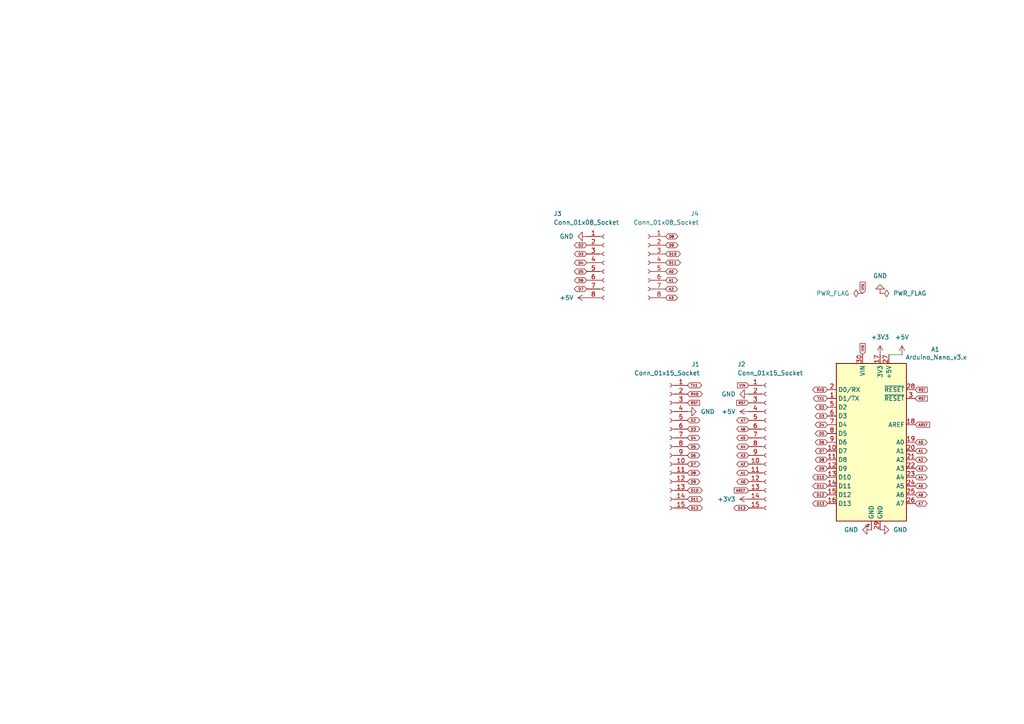
<source format=kicad_sch>
(kicad_sch (version 20250114) (generator "eeschema") (generator_version "9.0")
  (paper "A4")
  (title_block (title "T.A.C.O.S") (date "2025-09-14") (rev "1.0") (company "UNR Aerospace Club"))
  (lib_symbols
    (symbol "Connector:Conn_01x08_Socket" (pin_names (offset 1.016) (hide yes))
      (property "Reference" "J" (at 0 10.16 0))
      (property "Value" "Conn_01x08_Socket" (at 0 -12.7 0))
      (symbol "Conn_01x08_Socket_1_1"
        (polyline (pts (xy -1.27 7.62) (xy -0.508 7.62)) (stroke (width 0.1524)))
        (polyline (pts (xy -1.27 5.08) (xy -0.508 5.08)) (stroke (width 0.1524)))
        (polyline (pts (xy -1.27 2.54) (xy -0.508 2.54)) (stroke (width 0.1524)))
        (polyline (pts (xy -1.27 0) (xy -0.508 0)) (stroke (width 0.1524)))
        (polyline (pts (xy -1.27 -2.54) (xy -0.508 -2.54)) (stroke (width 0.1524)))
        (polyline (pts (xy -1.27 -5.08) (xy -0.508 -5.08)) (stroke (width 0.1524)))
        (polyline (pts (xy -1.27 -7.62) (xy -0.508 -7.62)) (stroke (width 0.1524)))
        (polyline (pts (xy -1.27 -10.16) (xy -0.508 -10.16)) (stroke (width 0.1524)))
        (arc (start 0 7.112) (mid -0.5058 7.62) (end 0 8.128) (stroke (width 0.1524)))
        (arc (start 0 4.572) (mid -0.5058 5.08) (end 0 5.588) (stroke (width 0.1524)))
        (arc (start 0 2.032) (mid -0.5058 2.54) (end 0 3.048) (stroke (width 0.1524)))
        (arc (start 0 -0.508) (mid -0.5058 0) (end 0 0.508) (stroke (width 0.1524)))
        (arc (start 0 -3.048) (mid -0.5058 -2.54) (end 0 -2.032) (stroke (width 0.1524)))
        (arc (start 0 -5.588) (mid -0.5058 -5.08) (end 0 -4.572) (stroke (width 0.1524)))
        (arc (start 0 -8.128) (mid -0.5058 -7.62) (end 0 -7.112) (stroke (width 0.1524)))
        (arc (start 0 -10.668) (mid -0.5058 -10.16) (end 0 -9.652) (stroke (width 0.1524)))
        (pin passive line (at -5.08 7.62 0) (length 3.81) (name "Pin_1") (number "1"))
        (pin passive line (at -5.08 5.08 0) (length 3.81) (name "Pin_2") (number "2"))
        (pin passive line (at -5.08 2.54 0) (length 3.81) (name "Pin_3") (number "3"))
        (pin passive line (at -5.08 0 0) (length 3.81) (name "Pin_4") (number "4"))
        (pin passive line (at -5.08 -2.54 0) (length 3.81) (name "Pin_5") (number "5"))
        (pin passive line (at -5.08 -5.08 0) (length 3.81) (name "Pin_6") (number "6"))
        (pin passive line (at -5.08 -7.62 0) (length 3.81) (name "Pin_7") (number "7"))
        (pin passive line (at -5.08 -10.16 0) (length 3.81) (name "Pin_8") (number "8"))
      )
    )
    (symbol "Connector:Conn_01x15_Socket" (pin_names (offset 1.016) (hide yes))
      (property "Reference" "J" (at 0 20.32 0))
      (property "Value" "Conn_01x15_Socket" (at 0 -20.32 0))
      (symbol "Conn_01x15_Socket_1_1"
        (polyline (pts (xy -1.27 17.78) (xy -0.508 17.78)) (stroke (width 0.1524)))
        (polyline (pts (xy -1.27 15.24) (xy -0.508 15.24)) (stroke (width 0.1524)))
        (polyline (pts (xy -1.27 12.7) (xy -0.508 12.7)) (stroke (width 0.1524)))
        (polyline (pts (xy -1.27 10.16) (xy -0.508 10.16)) (stroke (width 0.1524)))
        (polyline (pts (xy -1.27 7.62) (xy -0.508 7.62)) (stroke (width 0.1524)))
        (polyline (pts (xy -1.27 5.08) (xy -0.508 5.08)) (stroke (width 0.1524)))
        (polyline (pts (xy -1.27 2.54) (xy -0.508 2.54)) (stroke (width 0.1524)))
        (polyline (pts (xy -1.27 0) (xy -0.508 0)) (stroke (width 0.1524)))
        (polyline (pts (xy -1.27 -2.54) (xy -0.508 -2.54)) (stroke (width 0.1524)))
        (polyline (pts (xy -1.27 -5.08) (xy -0.508 -5.08)) (stroke (width 0.1524)))
        (polyline (pts (xy -1.27 -7.62) (xy -0.508 -7.62)) (stroke (width 0.1524)))
        (polyline (pts (xy -1.27 -10.16) (xy -0.508 -10.16)) (stroke (width 0.1524)))
        (polyline (pts (xy -1.27 -12.7) (xy -0.508 -12.7)) (stroke (width 0.1524)))
        (polyline (pts (xy -1.27 -15.24) (xy -0.508 -15.24)) (stroke (width 0.1524)))
        (polyline (pts (xy -1.27 -17.78) (xy -0.508 -17.78)) (stroke (width 0.1524)))
        (arc (start 0 17.272) (mid -0.5058 17.78) (end 0 18.288) (stroke (width 0.1524)))
        (arc (start 0 14.732) (mid -0.5058 15.24) (end 0 15.748) (stroke (width 0.1524)))
        (arc (start 0 12.192) (mid -0.5058 12.7) (end 0 13.208) (stroke (width 0.1524)))
        (arc (start 0 9.652) (mid -0.5058 10.16) (end 0 10.668) (stroke (width 0.1524)))
        (arc (start 0 7.112) (mid -0.5058 7.62) (end 0 8.128) (stroke (width 0.1524)))
        (arc (start 0 4.572) (mid -0.5058 5.08) (end 0 5.588) (stroke (width 0.1524)))
        (arc (start 0 2.032) (mid -0.5058 2.54) (end 0 3.048) (stroke (width 0.1524)))
        (arc (start 0 -0.508) (mid -0.5058 0) (end 0 0.508) (stroke (width 0.1524)))
        (arc (start 0 -3.048) (mid -0.5058 -2.54) (end 0 -2.032) (stroke (width 0.1524)))
        (arc (start 0 -5.588) (mid -0.5058 -5.08) (end 0 -4.572) (stroke (width 0.1524)))
        (arc (start 0 -8.128) (mid -0.5058 -7.62) (end 0 -7.112) (stroke (width 0.1524)))
        (arc (start 0 -10.668) (mid -0.5058 -10.16) (end 0 -9.652) (stroke (width 0.1524)))
        (arc (start 0 -13.208) (mid -0.5058 -12.7) (end 0 -12.192) (stroke (width 0.1524)))
        (arc (start 0 -15.748) (mid -0.5058 -15.24) (end 0 -14.732) (stroke (width 0.1524)))
        (arc (start 0 -18.288) (mid -0.5058 -17.78) (end 0 -17.272) (stroke (width 0.1524)))
        (pin passive line (at -5.08 17.78 0) (length 3.81) (name "Pin_1") (number "1"))
        (pin passive line (at -5.08 15.24 0) (length 3.81) (name "Pin_2") (number "2"))
        (pin passive line (at -5.08 12.7 0) (length 3.81) (name "Pin_3") (number "3"))
        (pin passive line (at -5.08 10.16 0) (length 3.81) (name "Pin_4") (number "4"))
        (pin passive line (at -5.08 7.62 0) (length 3.81) (name "Pin_5") (number "5"))
        (pin passive line (at -5.08 5.08 0) (length 3.81) (name "Pin_6") (number "6"))
        (pin passive line (at -5.08 2.54 0) (length 3.81) (name "Pin_7") (number "7"))
        (pin passive line (at -5.08 0 0) (length 3.81) (name "Pin_8") (number "8"))
        (pin passive line (at -5.08 -2.54 0) (length 3.81) (name "Pin_9") (number "9"))
        (pin passive line (at -5.08 -5.08 0) (length 3.81) (name "Pin_10") (number "10"))
        (pin passive line (at -5.08 -7.62 0) (length 3.81) (name "Pin_11") (number "11"))
        (pin passive line (at -5.08 -10.16 0) (length 3.81) (name "Pin_12") (number "12"))
        (pin passive line (at -5.08 -12.7 0) (length 3.81) (name "Pin_13") (number "13"))
        (pin passive line (at -5.08 -15.24 0) (length 3.81) (name "Pin_14") (number "14"))
        (pin passive line (at -5.08 -17.78 0) (length 3.81) (name "Pin_15") (number "15"))
      )
    )
    (symbol "MCU_Module:Arduino_Nano_v3.x"
      (property "Reference" "A" (at -10.16 23.495 0))
      (property "Value" "Arduino_Nano_v3.x" (at 5.08 -24.13 0))
      (symbol "Arduino_Nano_v3.x_0_1"
        (rectangle (start -10.16 22.86) (end 10.16 -22.86) (stroke (width 0.254)) (fill (type background)))
      )
      (symbol "Arduino_Nano_v3.x_1_1"
        (pin bidirectional line (at -12.7 15.24 0) (length 2.54) (name "D0/RX") (number "2"))
        (pin bidirectional line (at -12.7 12.7 0) (length 2.54) (name "D1/TX") (number "1"))
        (pin bidirectional line (at -12.7 10.16 0) (length 2.54) (name "D2") (number "5"))
        (pin bidirectional line (at -12.7 7.62 0) (length 2.54) (name "D3") (number "6"))
        (pin bidirectional line (at -12.7 5.08 0) (length 2.54) (name "D4") (number "7"))
        (pin bidirectional line (at -12.7 2.54 0) (length 2.54) (name "D5") (number "8"))
        (pin bidirectional line (at -12.7 0 0) (length 2.54) (name "D6") (number "9"))
        (pin bidirectional line (at -12.7 -2.54 0) (length 2.54) (name "D7") (number "10"))
        (pin bidirectional line (at -12.7 -5.08 0) (length 2.54) (name "D8") (number "11"))
        (pin bidirectional line (at -12.7 -7.62 0) (length 2.54) (name "D9") (number "12"))
        (pin bidirectional line (at -12.7 -10.16 0) (length 2.54) (name "D10") (number "13"))
        (pin bidirectional line (at -12.7 -12.7 0) (length 2.54) (name "D11") (number "14"))
        (pin bidirectional line (at -12.7 -15.24 0) (length 2.54) (name "D12") (number "15"))
        (pin bidirectional line (at -12.7 -17.78 0) (length 2.54) (name "D13") (number "16"))
        (pin power_in line (at -2.54 25.4 270) (length 2.54) (name "VIN") (number "30"))
        (pin power_in line (at 0 -25.4 90) (length 2.54) (name "GND") (number "4"))
        (pin power_out line (at 2.54 25.4 270) (length 2.54) (name "3V3") (number "17"))
        (pin power_in line (at 2.54 -25.4 90) (length 2.54) (name "GND") (number "29"))
        (pin power_out line (at 5.08 25.4 270) (length 2.54) (name "+5V") (number "27"))
        (pin input line (at 12.7 15.24 180) (length 2.54) (name "~{RESET}") (number "28"))
        (pin input line (at 12.7 12.7 180) (length 2.54) (name "~{RESET}") (number "3"))
        (pin input line (at 12.7 5.08 180) (length 2.54) (name "AREF") (number "18"))
        (pin bidirectional line (at 12.7 0 180) (length 2.54) (name "A0") (number "19"))
        (pin bidirectional line (at 12.7 -2.54 180) (length 2.54) (name "A1") (number "20"))
        (pin bidirectional line (at 12.7 -5.08 180) (length 2.54) (name "A2") (number "21"))
        (pin bidirectional line (at 12.7 -7.62 180) (length 2.54) (name "A3") (number "22"))
        (pin bidirectional line (at 12.7 -10.16 180) (length 2.54) (name "A4") (number "23"))
        (pin bidirectional line (at 12.7 -12.7 180) (length 2.54) (name "A5") (number "24"))
        (pin bidirectional line (at 12.7 -15.24 180) (length 2.54) (name "A6") (number "25"))
        (pin bidirectional line (at 12.7 -17.78 180) (length 2.54) (name "A7") (number "26"))
      )
    )
    (symbol "power:+3V3" (power) (pin_numbers (hide yes)) (pin_names (offset 0) (hide yes))
      (property "Value" "+3V3" (at 0 3.556 0))
      (symbol "+3V3_0_1"
        (polyline (pts (xy -0.762 1.27) (xy 0 2.54)))
        (polyline (pts (xy 0 2.54) (xy 0.762 1.27)))
        (polyline (pts (xy 0 0) (xy 0 2.54)))
      )
      (symbol "+3V3_1_1"
        (pin power_in line (at 0 0 90) (length 0) (name "~") (number "1"))
      )
    )
    (symbol "power:+5V" (power) (pin_numbers (hide yes)) (pin_names (offset 0) (hide yes))
      (property "Value" "+5V" (at 0 3.556 0))
      (symbol "+5V_0_1"
        (polyline (pts (xy -0.762 1.27) (xy 0 2.54)))
        (polyline (pts (xy 0 2.54) (xy 0.762 1.27)))
        (polyline (pts (xy 0 0) (xy 0 2.54)))
      )
      (symbol "+5V_1_1"
        (pin power_in line (at 0 0 90) (length 0) (name "~") (number "1"))
      )
    )
    (symbol "power:GND" (power) (pin_numbers (hide yes)) (pin_names (offset 0) (hide yes))
      (property "Value" "GND" (at 0 -3.81 0))
      (symbol "GND_0_1"
        (polyline (pts (xy 0 0) (xy 0 -1.27) (xy 1.27 -1.27) (xy 0 -2.54) (xy -1.27 -1.27) (xy 0 -1.27)))
      )
      (symbol "GND_1_1"
        (pin power_in line (at 0 0 270) (length 0) (name "~") (number "1"))
      )
    )
    (symbol "power:PWR_FLAG" (power) (pin_numbers (hide yes)) (pin_names (offset 0) (hide yes))
      (property "Value" "PWR_FLAG" (at 0 3.81 0))
      (symbol "PWR_FLAG_0_0"
        (pin power_out line (at 0 0 90) (length 0) (name "~") (number "1"))
      )
      (symbol "PWR_FLAG_0_1"
        (polyline (pts (xy 0 0) (xy 0 1.27) (xy -1.016 1.905) (xy 0 2.54) (xy 1.016 1.905) (xy 0 1.27)))
      )
    )
  )
  (wire (pts (xy 257.81 102.87) (xy 261.62 102.87)))
  (global_label "D7" (shape bidirectional) (at 170.18 83.82 180) (effects (font (size 0.762 0.762))) (property "Intersheetrefs" "${INTERSHEET_REFS}" (effects (hide yes))))
  (global_label "D3" (shape bidirectional) (at 240.03 120.65 180) (effects (font (size 0.762 0.762))) (property "Intersheetrefs" "${INTERSHEET_REFS}" (effects (hide yes))))
  (global_label "RST" (shape input) (at 199.39 116.84 0) (effects (font (size 0.762 0.762))) (property "Intersheetrefs" "${INTERSHEET_REFS}" (effects (hide yes))))
  (global_label "RX0" (shape bidirectional) (at 240.03 113.03 180) (effects (font (size 0.762 0.762))) (property "Intersheetrefs" "${INTERSHEET_REFS}" (effects (hide yes))))
  (global_label "A6" (shape bidirectional) (at 265.43 143.51 0) (effects (font (size 0.762 0.762))) (property "Intersheetrefs" "${INTERSHEET_REFS}" (effects (hide yes))))
  (global_label "D9" (shape bidirectional) (at 199.39 139.7 0) (effects (font (size 0.762 0.762))) (property "Intersheetrefs" "${INTERSHEET_REFS}" (effects (hide yes))))
  (global_label "A5" (shape bidirectional) (at 265.43 140.97 0) (effects (font (size 0.762 0.762))) (property "Intersheetrefs" "${INTERSHEET_REFS}" (effects (hide yes))))
  (global_label "D5" (shape bidirectional) (at 170.18 78.74 180) (effects (font (size 0.762 0.762))) (property "Intersheetrefs" "${INTERSHEET_REFS}" (effects (hide yes))))
  (global_label "D3" (shape bidirectional) (at 170.18 73.66 180) (effects (font (size 0.762 0.762))) (property "Intersheetrefs" "${INTERSHEET_REFS}" (effects (hide yes))))
  (global_label "A4" (shape bidirectional) (at 217.17 129.54 180) (effects (font (size 0.762 0.762))) (property "Intersheetrefs" "${INTERSHEET_REFS}" (effects (hide yes))))
  (global_label "D8" (shape bidirectional) (at 193.04 68.58 0) (effects (font (size 0.762 0.762))) (property "Intersheetrefs" "${INTERSHEET_REFS}" (effects (hide yes))))
  (global_label "D9" (shape bidirectional) (at 193.04 71.12 0) (effects (font (size 0.762 0.762))) (property "Intersheetrefs" "${INTERSHEET_REFS}" (effects (hide yes))))
  (global_label "D6" (shape bidirectional) (at 170.18 81.28 180) (effects (font (size 0.762 0.762))) (property "Intersheetrefs" "${INTERSHEET_REFS}" (effects (hide yes))))
  (global_label "A4" (shape bidirectional) (at 265.43 138.43 0) (effects (font (size 0.762 0.762))) (property "Intersheetrefs" "${INTERSHEET_REFS}" (effects (hide yes))))
  (global_label "AREF" (shape input) (at 265.43 123.19 0) (effects (font (size 0.762 0.762))) (property "Intersheetrefs" "${INTERSHEET_REFS}" (effects (hide yes))))
  (global_label "A5" (shape bidirectional) (at 217.17 127 180) (effects (font (size 0.762 0.762))) (property "Intersheetrefs" "${INTERSHEET_REFS}" (effects (hide yes))))
  (global_label "A2" (shape bidirectional) (at 193.04 83.82 0) (effects (font (size 0.762 0.762))) (property "Intersheetrefs" "${INTERSHEET_REFS}" (effects (hide yes))))
  (global_label "D13" (shape bidirectional) (at 217.17 147.32 180) (effects (font (size 0.762 0.762))) (property "Intersheetrefs" "${INTERSHEET_REFS}" (effects (hide yes))))
  (global_label "A3" (shape bidirectional) (at 265.43 135.89 0) (effects (font (size 0.762 0.762))) (property "Intersheetrefs" "${INTERSHEET_REFS}" (effects (hide yes))))
  (global_label "D2" (shape bidirectional) (at 240.03 118.11 180) (effects (font (size 0.762 0.762))) (property "Intersheetrefs" "${INTERSHEET_REFS}" (effects (hide yes))))
  (global_label "D7" (shape bidirectional) (at 240.03 130.81 180) (effects (font (size 0.762 0.762))) (property "Intersheetrefs" "${INTERSHEET_REFS}" (effects (hide yes))))
  (global_label "VIN" (shape input) (at 250.19 85.09 90) (effects (font (size 0.762 0.762))) (property "Intersheetrefs" "${INTERSHEET_REFS}" (effects (hide yes))))
  (global_label "VIN" (shape input) (at 217.17 111.76 180) (effects (font (size 0.762 0.762))) (property "Intersheetrefs" "${INTERSHEET_REFS}" (effects (hide yes))))
  (global_label "RST" (shape input) (at 265.43 113.03 0) (effects (font (size 0.762 0.762))) (property "Intersheetrefs" "${INTERSHEET_REFS}" (effects (hide yes))))
  (global_label "A3" (shape bidirectional) (at 217.17 132.08 180) (effects (font (size 0.762 0.762))) (property "Intersheetrefs" "${INTERSHEET_REFS}" (effects (hide yes))))
  (global_label "D8" (shape bidirectional) (at 240.03 133.35 180) (effects (font (size 0.762 0.762))) (property "Intersheetrefs" "${INTERSHEET_REFS}" (effects (hide yes))))
  (global_label "A2" (shape bidirectional) (at 217.17 134.62 180) (effects (font (size 0.762 0.762))) (property "Intersheetrefs" "${INTERSHEET_REFS}" (effects (hide yes))))
  (global_label "D8" (shape bidirectional) (at 199.39 137.16 0) (effects (font (size 0.762 0.762))) (property "Intersheetrefs" "${INTERSHEET_REFS}" (effects (hide yes))))
  (global_label "A1" (shape bidirectional) (at 265.43 130.81 0) (effects (font (size 0.762 0.762))) (property "Intersheetrefs" "${INTERSHEET_REFS}" (effects (hide yes))))
  (global_label "A7" (shape bidirectional) (at 217.17 121.92 180) (effects (font (size 0.762 0.762))) (property "Intersheetrefs" "${INTERSHEET_REFS}" (effects (hide yes))))
  (global_label "D10" (shape bidirectional) (at 193.04 73.66 0) (effects (font (size 0.762 0.762))) (property "Intersheetrefs" "${INTERSHEET_REFS}" (effects (hide yes))))
  (global_label "A2" (shape bidirectional) (at 265.43 133.35 0) (effects (font (size 0.762 0.762))) (property "Intersheetrefs" "${INTERSHEET_REFS}" (effects (hide yes))))
  (global_label "A0" (shape bidirectional) (at 265.43 128.27 0) (effects (font (size 0.762 0.762))) (property "Intersheetrefs" "${INTERSHEET_REFS}" (effects (hide yes))))
  (global_label "D3" (shape bidirectional) (at 199.39 124.46 0) (effects (font (size 0.762 0.762))) (property "Intersheetrefs" "${INTERSHEET_REFS}" (effects (hide yes))))
  (global_label "D6" (shape bidirectional) (at 240.03 128.27 180) (effects (font (size 0.762 0.762))) (property "Intersheetrefs" "${INTERSHEET_REFS}" (effects (hide yes))))
  (global_label "D13" (shape bidirectional) (at 240.03 146.05 180) (effects (font (size 0.762 0.762))) (property "Intersheetrefs" "${INTERSHEET_REFS}" (effects (hide yes))))
  (global_label "A1" (shape bidirectional) (at 217.17 137.16 180) (effects (font (size 0.762 0.762))) (property "Intersheetrefs" "${INTERSHEET_REFS}" (effects (hide yes))))
  (global_label "TX1" (shape bidirectional) (at 199.39 111.76 0) (effects (font (size 0.762 0.762))) (property "Intersheetrefs" "${INTERSHEET_REFS}" (effects (hide yes))))
  (global_label "D11" (shape bidirectional) (at 240.03 140.97 180) (effects (font (size 0.762 0.762))) (property "Intersheetrefs" "${INTERSHEET_REFS}" (effects (hide yes))))
  (global_label "D11" (shape bidirectional) (at 193.04 76.2 0) (effects (font (size 0.762 0.762))) (property "Intersheetrefs" "${INTERSHEET_REFS}" (effects (hide yes))))
  (global_label "D2" (shape bidirectional) (at 170.18 71.12 180) (effects (font (size 0.762 0.762))) (property "Intersheetrefs" "${INTERSHEET_REFS}" (effects (hide yes))))
  (global_label "RST" (shape input) (at 217.17 116.84 180) (effects (font (size 0.762 0.762))) (property "Intersheetrefs" "${INTERSHEET_REFS}" (effects (hide yes))))
  (global_label "D12" (shape bidirectional) (at 199.39 147.32 0) (effects (font (size 0.762 0.762))) (property "Intersheetrefs" "${INTERSHEET_REFS}" (effects (hide yes))))
  (global_label "VIN" (shape input) (at 250.19 102.87 90) (effects (font (size 0.762 0.762))) (property "Intersheetrefs" "${INTERSHEET_REFS}" (effects (hide yes))))
  (global_label "D10" (shape bidirectional) (at 240.03 138.43 180) (effects (font (size 0.762 0.762))) (property "Intersheetrefs" "${INTERSHEET_REFS}" (effects (hide yes))))
  (global_label "D12" (shape bidirectional) (at 240.03 143.51 180) (effects (font (size 0.762 0.762))) (property "Intersheetrefs" "${INTERSHEET_REFS}" (effects (hide yes))))
  (global_label "D4" (shape bidirectional) (at 240.03 123.19 180) (effects (font (size 0.762 0.762))) (property "Intersheetrefs" "${INTERSHEET_REFS}" (effects (hide yes))))
  (global_label "A0" (shape bidirectional) (at 193.04 78.74 0) (effects (font (size 0.762 0.762))) (property "Intersheetrefs" "${INTERSHEET_REFS}" (effects (hide yes))))
  (global_label "D6" (shape bidirectional) (at 199.39 132.08 0) (effects (font (size 0.762 0.762))) (property "Intersheetrefs" "${INTERSHEET_REFS}" (effects (hide yes))))
  (global_label "TX1" (shape bidirectional) (at 240.03 115.57 180) (effects (font (size 0.762 0.762))) (property "Intersheetrefs" "${INTERSHEET_REFS}" (effects (hide yes))))
  (global_label "D10" (shape bidirectional) (at 199.39 142.24 0) (effects (font (size 0.762 0.762))) (property "Intersheetrefs" "${INTERSHEET_REFS}" (effects (hide yes))))
  (global_label "A6" (shape bidirectional) (at 217.17 124.46 180) (effects (font (size 0.762 0.762))) (property "Intersheetrefs" "${INTERSHEET_REFS}" (effects (hide yes))))
  (global_label "D11" (shape bidirectional) (at 199.39 144.78 0) (effects (font (size 0.762 0.762))) (property "Intersheetrefs" "${INTERSHEET_REFS}" (effects (hide yes))))
  (global_label "D4" (shape bidirectional) (at 170.18 76.2 180) (effects (font (size 0.762 0.762))) (property "Intersheetrefs" "${INTERSHEET_REFS}" (effects (hide yes))))
  (global_label "D5" (shape bidirectional) (at 199.39 129.54 0) (effects (font (size 0.762 0.762))) (property "Intersheetrefs" "${INTERSHEET_REFS}" (effects (hide yes))))
  (global_label "AREF" (shape input) (at 217.17 142.24 180) (effects (font (size 0.762 0.762))) (property "Intersheetrefs" "${INTERSHEET_REFS}" (effects (hide yes))))
  (global_label "D2" (shape bidirectional) (at 199.39 121.92 0) (effects (font (size 0.762 0.762))) (property "Intersheetrefs" "${INTERSHEET_REFS}" (effects (hide yes))))
  (global_label "A1" (shape bidirectional) (at 193.04 81.28 0) (effects (font (size 0.762 0.762))) (property "Intersheetrefs" "${INTERSHEET_REFS}" (effects (hide yes))))
  (global_label "RST" (shape input) (at 265.43 115.57 0) (effects (font (size 0.762 0.762))) (property "Intersheetrefs" "${INTERSHEET_REFS}" (effects (hide yes))))
  (global_label "A3" (shape bidirectional) (at 193.04 86.36 0) (effects (font (size 0.762 0.762))) (property "Intersheetrefs" "${INTERSHEET_REFS}" (effects (hide yes))))
  (global_label "RX0" (shape bidirectional) (at 199.39 114.3 0) (effects (font (size 0.762 0.762))) (property "Intersheetrefs" "${INTERSHEET_REFS}" (effects (hide yes))))
  (global_label "D5" (shape bidirectional) (at 240.03 125.73 180) (effects (font (size 0.762 0.762))) (property "Intersheetrefs" "${INTERSHEET_REFS}" (effects (hide yes))))
  (global_label "D4" (shape bidirectional) (at 199.39 127 0) (effects (font (size 0.762 0.762))) (property "Intersheetrefs" "${INTERSHEET_REFS}" (effects (hide yes))))
  (global_label "D9" (shape bidirectional) (at 240.03 135.89 180) (effects (font (size 0.762 0.762))) (property "Intersheetrefs" "${INTERSHEET_REFS}" (effects (hide yes))))
  (global_label "A0" (shape bidirectional) (at 217.17 139.7 180) (effects (font (size 0.762 0.762))) (property "Intersheetrefs" "${INTERSHEET_REFS}" (effects (hide yes))))
  (global_label "A7" (shape bidirectional) (at 265.43 146.05 0) (effects (font (size 0.762 0.762))) (property "Intersheetrefs" "${INTERSHEET_REFS}" (effects (hide yes))))
  (global_label "D7" (shape bidirectional) (at 199.39 134.62 0) (effects (font (size 0.762 0.762))) (property "Intersheetrefs" "${INTERSHEET_REFS}" (effects (hide yes))))
  (symbol (lib_id "MCU_Module:Arduino_Nano_v3.x") (at 252.73 128.27 0) (unit 1)
    (property "Reference" "A1" (at 270.002 101.346 0) (effects (justify left)))
    (property "Value" "Arduino_Nano_v3.x" (at 262.636 103.632 0) (effects (justify left)))
    (property "Footprint" "Module:Arduino_Nano" (effects (hide yes)))
    (property "Datasheet" "http://www.mouser.com/pdfdocs/Gravitech_Arduino_Nano3_0.pdf" (effects (hide yes)))
    (property "Description" "Arduino Nano v3.x" (effects (hide yes)))
  )
  (symbol (lib_id "power:GND") (at 170.18 68.58 270) (unit 1)
    (property "Reference" "#PWR012" (effects (hide yes)))
    (property "Value" "GND" (at 166.37 68.5801 90) (effects (justify right)))
    (property "Description" "Power symbol creates a global label with name \"GND\" , ground" (effects (hide yes)))
  )
  (symbol (lib_id "power:GND") (at 255.27 85.09 180) (unit 1)
    (property "Reference" "#PWR02" (effects (hide yes)))
    (property "Value" "GND" (at 255.27 80.01 0))
    (property "Description" "Power symbol creates a global label with name \"GND\" , ground" (effects (hide yes)))
  )
  (symbol (lib_id "power:+3V3") (at 255.27 102.87 0) (unit 1)
    (property "Reference" "#PWR09" (effects (hide yes)))
    (property "Value" "+3V3" (at 255.27 97.79 0))
    (property "Description" "Power symbol creates a global label with name \"+3V3\"" (effects (hide yes)))
  )
  (symbol (lib_id "power:GND") (at 199.39 119.38 90) (unit 1)
    (property "Reference" "#PWR01" (effects (hide yes)))
    (property "Value" "GND" (at 203.2 119.3799 90) (effects (justify right)))
    (property "Description" "Power symbol creates a global label with name \"GND\" , ground" (effects (hide yes)))
  )
  (symbol (lib_id "Connector:Conn_01x15_Socket") (at 194.31 129.54 0) (mirror y) (unit 1)
    (property "Reference" "J1" (at 202.946 105.664 0) (effects (justify left)))
    (property "Value" "Conn_01x15_Socket" (at 202.946 108.204 0) (effects (justify left)))
    (property "Footprint" "Connector_PinSocket_2.54mm:PinSocket_1x15_P2.54mm_Vertical" (effects (hide yes)))
    (property "Description" "Generic connector, single row, 01x15, script generated" (effects (hide yes)))
  )
  (symbol (lib_id "Connector:Conn_01x08_Socket") (at 175.26 76.2 0) (unit 1)
    (property "Reference" "J3" (at 160.528 61.976 0) (effects (justify left)))
    (property "Value" "Conn_01x08_Socket" (at 160.528 64.516 0) (effects (justify left)))
    (property "Footprint" "Connector_PinSocket_2.54mm:PinSocket_1x08_P2.54mm_Vertical" (effects (hide yes)))
    (property "Description" "Generic connector, single row, 01x08, script generated" (effects (hide yes)))
  )
  (symbol (lib_id "power:GND") (at 255.27 153.67 90) (unit 1)
    (property "Reference" "#PWR07" (effects (hide yes)))
    (property "Value" "GND" (at 259.08 153.6699 90) (effects (justify right)))
    (property "Description" "Power symbol creates a global label with name \"GND\" , ground" (effects (hide yes)))
  )
  (symbol (lib_id "power:PWR_FLAG") (at 255.27 85.09 270) (unit 1)
    (property "Reference" "#FLG01" (effects (hide yes)))
    (property "Value" "PWR_FLAG" (at 259.08 85.0899 90) (effects (justify left)))
    (property "Description" "Special symbol for telling ERC where power comes from" (effects (hide yes)))
  )
  (symbol (lib_id "power:GND") (at 217.17 114.3 270) (unit 1)
    (property "Reference" "#PWR03" (effects (hide yes)))
    (property "Value" "GND" (at 213.36 114.3001 90) (effects (justify right)))
    (property "Description" "Power symbol creates a global label with name \"GND\" , ground" (effects (hide yes)))
  )
  (symbol (lib_id "power:PWR_FLAG") (at 250.19 85.09 90) (unit 1)
    (property "Reference" "#FLG02" (effects (hide yes)))
    (property "Value" "PWR_FLAG" (at 246.38 85.0899 90) (effects (justify left)))
    (property "Description" "Special symbol for telling ERC where power comes from" (effects (hide yes)))
  )
  (symbol (lib_id "power:GND") (at 252.73 153.67 270) (unit 1)
    (property "Reference" "#PWR05" (effects (hide yes)))
    (property "Value" "GND" (at 248.92 153.6699 90) (effects (justify right)))
    (property "Description" "Power symbol creates a global label with name \"GND\" , ground" (effects (hide yes)))
  )
  (symbol (lib_id "power:+5V") (at 217.17 119.38 90) (unit 1)
    (property "Reference" "#PWR04" (effects (hide yes)))
    (property "Value" "+5V" (at 213.36 119.3799 90) (effects (justify left)))
    (property "Description" "Power symbol creates a global label with name \"+5V\"" (effects (hide yes)))
  )
  (symbol (lib_id "power:+3V3") (at 217.17 144.78 90) (unit 1)
    (property "Reference" "#PWR06" (effects (hide yes)))
    (property "Value" "+3V3" (at 213.36 144.7799 90) (effects (justify left)))
    (property "Description" "Power symbol creates a global label with name \"+3V3\"" (effects (hide yes)))
  )
  (symbol (lib_id "Connector:Conn_01x15_Socket") (at 222.25 129.54 0) (unit 1)
    (property "Reference" "J2" (at 213.868 105.664 0) (effects (justify left)))
    (property "Value" "Conn_01x15_Socket" (at 213.868 108.204 0) (effects (justify left)))
    (property "Footprint" "Connector_PinSocket_2.54mm:PinSocket_1x15_P2.54mm_Vertical" (effects (hide yes)))
    (property "Description" "Generic connector, single row, 01x15, script generated" (effects (hide yes)))
  )
  (symbol (lib_id "power:+5V") (at 261.62 102.87 0) (unit 1)
    (property "Reference" "#PWR08" (effects (hide yes)))
    (property "Value" "+5V" (at 261.62 97.79 0))
    (property "Description" "Power symbol creates a global label with name \"+5V\"" (effects (hide yes)))
  )
  (symbol (lib_id "Connector:Conn_01x08_Socket") (at 187.96 76.2 0) (mirror y) (unit 1)
    (property "Reference" "J4" (at 202.692 61.976 0) (effects (justify left)))
    (property "Value" "Conn_01x08_Socket" (at 202.692 64.516 0) (effects (justify left)))
    (property "Footprint" "Connector_PinSocket_2.54mm:PinSocket_1x08_P2.54mm_Vertical" (effects (hide yes)))
    (property "Description" "Generic connector, single row, 01x08, script generated" (effects (hide yes)))
  )
  (symbol (lib_id "power:+5V") (at 170.18 86.36 90) (unit 1)
    (property "Reference" "#PWR011" (effects (hide yes)))
    (property "Value" "+5V" (at 166.37 86.3599 90) (effects (justify left)))
    (property "Description" "Power symbol creates a global label with name \"+5V\"" (effects (hide yes)))
  )
)
</source>
